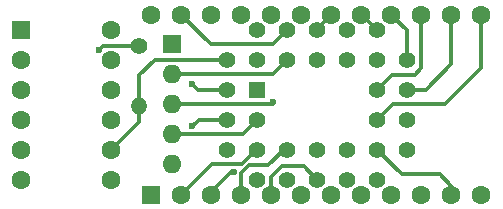
<source format=gbr>
G04 #@! TF.GenerationSoftware,KiCad,Pcbnew,9.0.0*
G04 #@! TF.CreationDate,2025-06-03T17:41:34-04:00*
G04 #@! TF.ProjectId,CBM2-MultiROM,43424d32-2d4d-4756-9c74-69524f4d2e6b,rev?*
G04 #@! TF.SameCoordinates,Original*
G04 #@! TF.FileFunction,Copper,L2,Bot*
G04 #@! TF.FilePolarity,Positive*
%FSLAX46Y46*%
G04 Gerber Fmt 4.6, Leading zero omitted, Abs format (unit mm)*
G04 Created by KiCad (PCBNEW 9.0.0) date 2025-06-03 17:41:34*
%MOMM*%
%LPD*%
G01*
G04 APERTURE LIST*
G04 Aperture macros list*
%AMRoundRect*
0 Rectangle with rounded corners*
0 $1 Rounding radius*
0 $2 $3 $4 $5 $6 $7 $8 $9 X,Y pos of 4 corners*
0 Add a 4 corners polygon primitive as box body*
4,1,4,$2,$3,$4,$5,$6,$7,$8,$9,$2,$3,0*
0 Add four circle primitives for the rounded corners*
1,1,$1+$1,$2,$3*
1,1,$1+$1,$4,$5*
1,1,$1+$1,$6,$7*
1,1,$1+$1,$8,$9*
0 Add four rect primitives between the rounded corners*
20,1,$1+$1,$2,$3,$4,$5,0*
20,1,$1+$1,$4,$5,$6,$7,0*
20,1,$1+$1,$6,$7,$8,$9,0*
20,1,$1+$1,$8,$9,$2,$3,0*%
G04 Aperture macros list end*
G04 #@! TA.AperFunction,ComponentPad*
%ADD10RoundRect,0.250000X-0.550000X-0.550000X0.550000X-0.550000X0.550000X0.550000X-0.550000X0.550000X0*%
G04 #@! TD*
G04 #@! TA.AperFunction,ComponentPad*
%ADD11C,1.600000*%
G04 #@! TD*
G04 #@! TA.AperFunction,ComponentPad*
%ADD12RoundRect,0.250000X0.550000X-0.550000X0.550000X0.550000X-0.550000X0.550000X-0.550000X-0.550000X0*%
G04 #@! TD*
G04 #@! TA.AperFunction,ComponentPad*
%ADD13R,1.600000X1.600000*%
G04 #@! TD*
G04 #@! TA.AperFunction,ComponentPad*
%ADD14O,1.600000X1.600000*%
G04 #@! TD*
G04 #@! TA.AperFunction,ComponentPad*
%ADD15C,1.400000*%
G04 #@! TD*
G04 #@! TA.AperFunction,ComponentPad*
%ADD16O,1.400000X1.400000*%
G04 #@! TD*
G04 #@! TA.AperFunction,ComponentPad*
%ADD17R,1.422400X1.422400*%
G04 #@! TD*
G04 #@! TA.AperFunction,ComponentPad*
%ADD18C,1.422400*%
G04 #@! TD*
G04 #@! TA.AperFunction,ViaPad*
%ADD19C,0.600000*%
G04 #@! TD*
G04 #@! TA.AperFunction,Conductor*
%ADD20C,0.300000*%
G04 #@! TD*
G04 APERTURE END LIST*
D10*
X103581200Y-81229200D03*
D11*
X103581200Y-83769200D03*
X103581200Y-86309199D03*
X103581200Y-88849200D03*
X103581200Y-91389200D03*
X103581200Y-93929200D03*
X111201200Y-93929200D03*
X111201200Y-91389200D03*
X111201200Y-88849200D03*
X111201200Y-86309200D03*
X111201200Y-83769200D03*
X111201200Y-81229200D03*
D12*
X114585750Y-95192850D03*
D11*
X117125750Y-95192850D03*
X119665750Y-95192850D03*
X122205750Y-95192850D03*
X124745750Y-95192850D03*
X127285750Y-95192850D03*
X129825750Y-95192850D03*
X132365750Y-95192850D03*
X134905750Y-95192850D03*
X137445750Y-95192850D03*
X139985750Y-95192850D03*
X142525750Y-95192850D03*
X142525750Y-79952850D03*
X139985750Y-79952850D03*
X137445750Y-79952850D03*
X134905750Y-79952850D03*
X132365750Y-79952850D03*
X129825750Y-79952850D03*
X127285750Y-79952850D03*
X124745750Y-79952850D03*
X122205750Y-79952850D03*
X119665750Y-79952850D03*
X117125750Y-79952850D03*
X114585750Y-79952850D03*
D13*
X116306600Y-82448400D03*
D14*
X116306600Y-84988400D03*
X116306600Y-87528400D03*
X116306600Y-90068400D03*
X116306600Y-92608400D03*
D15*
X113563400Y-82575401D03*
D16*
X113563400Y-87655400D03*
D17*
X123545599Y-86309200D03*
D18*
X121005599Y-88849200D03*
X123545599Y-88849200D03*
X121005599Y-91389200D03*
X123545599Y-93929200D03*
X123545599Y-91389199D03*
X126085599Y-93929200D03*
X126085599Y-91389200D03*
X128625599Y-93929200D03*
X128625599Y-91389200D03*
X131165599Y-93929200D03*
X131165599Y-91389200D03*
X133705599Y-93929200D03*
X136245600Y-91389200D03*
X133705598Y-91389200D03*
X136245599Y-88849200D03*
X133705599Y-88849200D03*
X136245599Y-86309200D03*
X133705599Y-86309200D03*
X136245599Y-83769200D03*
X133705598Y-81229200D03*
X133705599Y-83769200D03*
X131165599Y-81229200D03*
X131165599Y-83769200D03*
X128625599Y-81229200D03*
X128625599Y-83769200D03*
X126085599Y-81229200D03*
X126085599Y-83769200D03*
X123545599Y-81229201D03*
X121005599Y-83769200D03*
X123545599Y-83769200D03*
X121005599Y-86309200D03*
D19*
X118034800Y-85826600D03*
X110109000Y-82931000D03*
X121561323Y-93279110D03*
X118033800Y-89418400D03*
X124866400Y-87376000D03*
D20*
X127507999Y-92811600D02*
X128625599Y-93929200D01*
X125628400Y-92811600D02*
X127507999Y-92811600D01*
X124745750Y-93694250D02*
X125628400Y-92811600D01*
X124745750Y-95192850D02*
X124745750Y-93694250D01*
X136245599Y-81292699D02*
X134905750Y-79952850D01*
X136245599Y-83769200D02*
X136245599Y-81292699D01*
X137445750Y-84499450D02*
X137445750Y-79952850D01*
X136906000Y-85039200D02*
X137445750Y-84499450D01*
X134975599Y-85039200D02*
X136906000Y-85039200D01*
X133705599Y-86309200D02*
X134975599Y-85039200D01*
X125780800Y-91389200D02*
X126085599Y-91389200D01*
X124485400Y-92684600D02*
X125780800Y-91389200D01*
X122885200Y-92684600D02*
X124485400Y-92684600D01*
X122205750Y-93364050D02*
X122885200Y-92684600D01*
X122205750Y-95192850D02*
X122205750Y-93364050D01*
X119665750Y-94974650D02*
X119665750Y-95192850D01*
X121561323Y-93279110D02*
X121361290Y-93279110D01*
X121361290Y-93279110D02*
X119665750Y-94974650D01*
X124841000Y-87528400D02*
X116306600Y-87528400D01*
X124866400Y-87376000D02*
X124866400Y-87503000D01*
X124866400Y-87503000D02*
X124841000Y-87528400D01*
X110464599Y-82575401D02*
X113563400Y-82575401D01*
X110109000Y-82931000D02*
X110464599Y-82575401D01*
X118338600Y-89128600D02*
X118618000Y-88849200D01*
X118618000Y-88849200D02*
X121005599Y-88849200D01*
X118033800Y-89418400D02*
X118323600Y-89128600D01*
X118323600Y-89128600D02*
X118338600Y-89128600D01*
X118541800Y-86309200D02*
X121005599Y-86309200D01*
X118034800Y-85826600D02*
X118441200Y-86233000D01*
X118441200Y-86233000D02*
X118465600Y-86233000D01*
X118465600Y-86233000D02*
X118541800Y-86309200D01*
X135026399Y-87528400D02*
X139446000Y-87528400D01*
X142525750Y-84448650D02*
X142525750Y-79952850D01*
X139446000Y-87528400D02*
X142525750Y-84448650D01*
X133705599Y-88849200D02*
X135026399Y-87528400D01*
X117125750Y-95192850D02*
X119690400Y-92628200D01*
X119690400Y-92628200D02*
X122233080Y-92628200D01*
X123472081Y-91389199D02*
X123545599Y-91389199D01*
X122233080Y-92628200D02*
X123472081Y-91389199D01*
X136245599Y-86309200D02*
X137845800Y-86309200D01*
X137845800Y-86309200D02*
X139985750Y-84169250D01*
X139985750Y-84169250D02*
X139985750Y-79952850D01*
X132365750Y-79952850D02*
X132429248Y-79952850D01*
X132429248Y-79952850D02*
X133705598Y-81229200D01*
X128625599Y-81229200D02*
X128625599Y-81153001D01*
X128625599Y-81153001D02*
X129825750Y-79952850D01*
X133705598Y-91389200D02*
X135788398Y-93472000D01*
X135788398Y-93472000D02*
X139014200Y-93472000D01*
X139014200Y-93472000D02*
X139985750Y-94443550D01*
X139985750Y-94443550D02*
X139985750Y-95192850D01*
X119621300Y-82448400D02*
X117125750Y-79952850D01*
X126085599Y-81229200D02*
X124866399Y-82448400D01*
X124866399Y-82448400D02*
X119621300Y-82448400D01*
X113563400Y-85064600D02*
X113563400Y-87655400D01*
X121005599Y-83769200D02*
X114858800Y-83769200D01*
X113563400Y-89027000D02*
X113563400Y-87655400D01*
X111201200Y-91389200D02*
X113563400Y-89027000D01*
X114858800Y-83769200D02*
X113563400Y-85064600D01*
X126085599Y-83769200D02*
X124866399Y-84988400D01*
X124866399Y-84988400D02*
X116306600Y-84988400D01*
X122326399Y-90068400D02*
X116306600Y-90068400D01*
X123545599Y-88849200D02*
X122326399Y-90068400D01*
M02*

</source>
